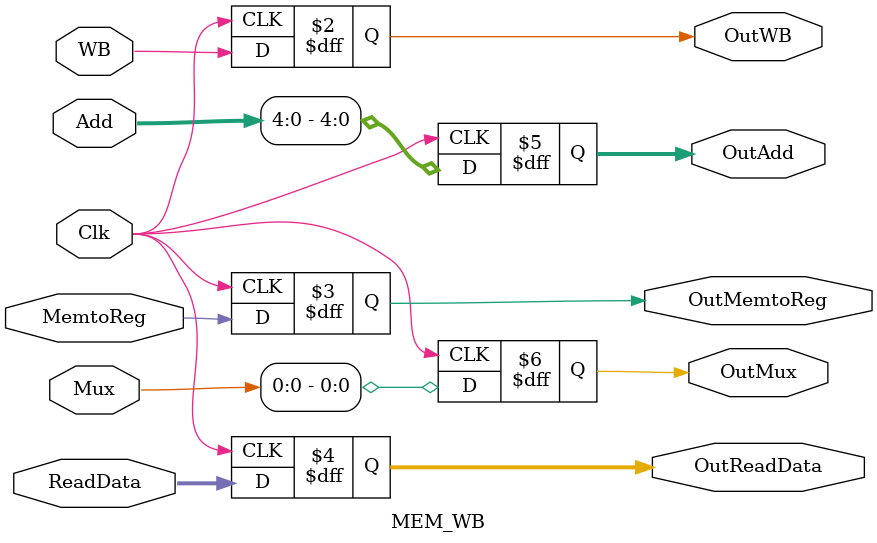
<source format=v>
`timescale 1ns/1ns

module MEM_WB(
    input WB,
	input MemtoReg,
    input [31:0] ReadData,
    input [31:0] Add,
	input [4:0] Mux,
	input Clk,
	output reg OutWB,
	output reg OutMemtoReg,
    output reg [31:0] OutReadData,
    output reg [4:0] OutAdd,
    output reg OutMux
);
    always @(posedge Clk)
    begin
	OutWB = WB;
	OutMemtoReg = MemtoReg;
    OutReadData = ReadData;
    OutAdd = Add;
    OutMux =Mux;
   
    end 
endmodule 
</source>
